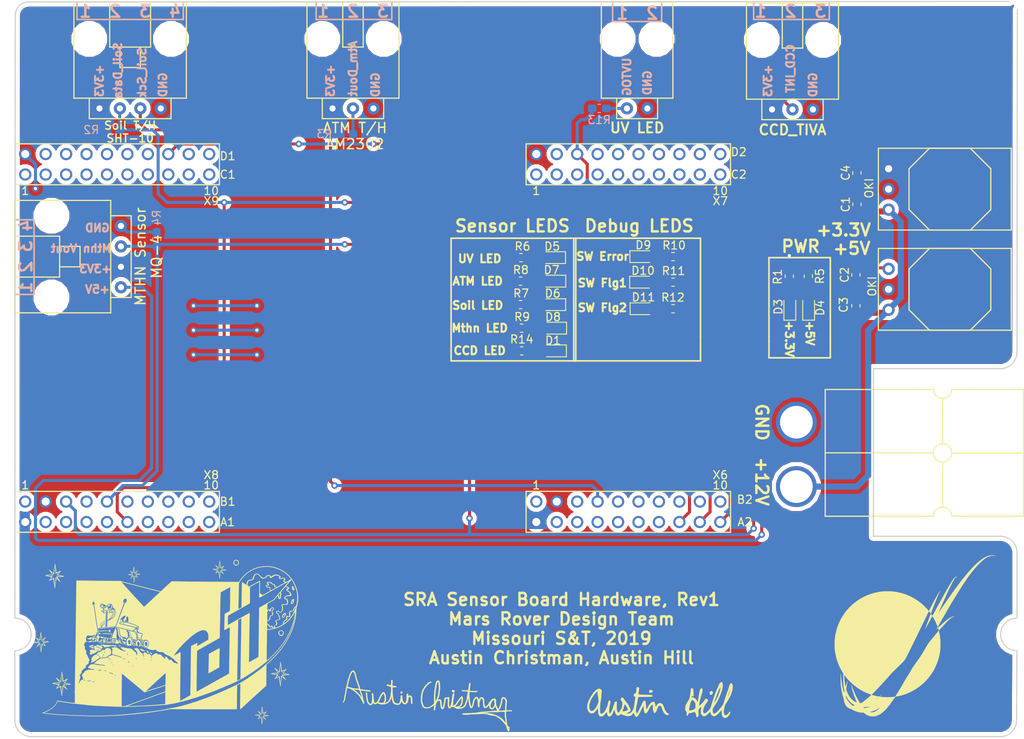
<source format=kicad_pcb>
(kicad_pcb (version 20171130) (host pcbnew "(5.0.0)")
  (layers (0 F.Cu signal) (31 B.Cu signal) (34 B.Paste user) (35 F.Paste user) (36 B.SilkS user) (37 F.SilkS user) (38 B.Mask user) (39 F.Mask user) (44 Edge.Cuts user))
  (net 0 "")
  (net 1 GND)
  (net 2 +5V)
  (net 3 +3V3)
  (net 4 Soil_Data)
  (net 5 Soil_Sck)
  (net 6 Atm_Dout)
  (net 7 Methane_Vout)
  (net 8 "Net-(U1-PadRese)")
  (net 9 "Net-(C1-Pad1)")
  (net 10 "Net-(U1-Pad+5V)")
  (net 11 "Net-(Conn6-Pad1)")
  (net 12 "Net-(D3-Pad2)")
  (net 13 "Net-(D4-Pad2)")
  (net 14 "Net-(D5-Pad2)")
  (net 15 "Net-(D6-Pad2)")
  (net 16 "Net-(D7-Pad2)")
  (net 17 "Net-(D8-Pad2)")
  (net 18 "Net-(D9-Pad2)")
  (net 19 "Net-(D10-Pad2)")
  (net 20 "Net-(D11-Pad2)")
  (net 21 SW_ERROR)
  (net 22 SW_Flag1)
  (net 23 SW_Flag2)
  (net 24 UV_TOGGLE)
  (net 25 CCD_INT)
  (net 26 "Net-(D1-Pad2)")
  (module MRDT_Connectors:Anderson_2_Horisontal_Side_by_Side (layer F.Cu) (at 186.944 93.218 180)
    (fp_text reference Conn1 hide)
    (fp_text value AndersonPP)
    (pad 1 thru_hole circle (at 3.5814 -4.063 180) (size 5.08 5.08) (drill 4.06) (layers *.Cu *.Mask F.Paste) (net 1 GND))
    (pad 2 thru_hole circle (at 3.5814 -12.064 180) (size 5.08 5.08) (drill 4.06) (layers *.Cu *.Mask F.Paste) (net 9 "Net-(C1-Pad1)"))
  )
  (module Resistor_SMD:R_0603_1608Metric_Pad1.05x0.95mm_HandSolder (layer B.Cu) (at 103.886 74.549 90)
    (fp_text reference R4 (at 2.667 0 90) (layer B.SilkS) (effects (justify mirror)))
    (fp_text value 22K)
    (pad 1 smd roundrect (at -0.875 0 90) (size 1.05 0.95) (layers B.Cu B.Paste B.Mask) (net 7 Methane_Vout))
    (pad 2 smd roundrect (at 0.875 0 90) (size 1.05 0.95) (layers B.Cu B.Paste B.Mask) (net 1 GND))
  )
  (module Resistor_SMD:R_0603_1608Metric_Pad1.05x0.95mm_HandSolder (layer B.Cu) (at 98.411 60.96)
    (fp_text reference R2 (at -2.653 0) (layer B.SilkS) (effects (justify mirror)))
    (fp_text value 10K)
    (pad 2 smd roundrect (at 0.875 0) (size 1.05 0.95) (layers B.Cu B.Paste B.Mask) (net 4 Soil_Data))
    (pad 1 smd roundrect (at -0.875 0) (size 1.05 0.95) (layers B.Cu B.Paste B.Mask) (net 3 +3V3))
  )
  (module Resistor_SMD:R_0603_1608Metric_Pad1.05x0.95mm_HandSolder (layer F.Cu) (at 182.484795 79.135 270)
    (fp_text reference R1 (at 0.068813 1.446295 270) (layer F.SilkS))
    (fp_text value 500)
    (pad 1 smd roundrect (at -0.875 0 270) (size 1.05 0.95) (layers F.Cu F.Paste F.Mask) (net 3 +3V3))
    (pad 2 smd roundrect (at 0.875 0 270) (size 1.05 0.95) (layers F.Cu F.Paste F.Mask) (net 12 "Net-(D3-Pad2)"))
  )
  (module MRDT_Connectors:MOLEX_SL_04_Horizontal (layer F.Cu) (at 100.584 58.293)
    (fp_text reference Conn2 hide)
    (fp_text value "Soil Temp/Moist")
    (pad 1 thru_hole circle (at -3.81 0) (size 1.524 1.524) (drill 0.762) (layers *.Cu *.Mask) (net 3 +3V3))
    (pad 2 thru_hole circle (at -1.27 0) (size 1.524 1.524) (drill 0.762) (layers *.Cu *.Mask) (net 4 Soil_Data))
    (pad 3 thru_hole circle (at 1.27 0) (size 1.524 1.524) (drill 0.762) (layers *.Cu *.Mask) (net 5 Soil_Sck))
    (pad 4 thru_hole circle (at 3.81 0) (size 1.524 1.524) (drill 0.762) (layers *.Cu *.Mask) (net 1 GND))
    (pad "" np_thru_hole circle (at -5.08 -8.636) (size 3.45 3.45) (drill 3.45) (layers *.Cu *.Mask))
    (pad "" np_thru_hole circle (at 5.08 -8.636) (size 3.45 3.45) (drill 3.45) (layers *.Cu *.Mask))
  )
  (module MRDT_Connectors:MOLEX_SL_03_Horizontal (layer F.Cu) (at 128.27 58.293)
    (fp_text reference Conn3 hide)
    (fp_text value "Air Temp/Humid")
    (pad 1 thru_hole circle (at -2.54 0) (size 1.524 1.524) (drill 0.762) (layers *.Cu *.Mask) (net 3 +3V3))
    (pad 2 thru_hole circle (at 0 0) (size 1.524 1.524) (drill 0.762) (layers *.Cu *.Mask) (net 6 Atm_Dout))
    (pad 3 thru_hole circle (at 2.54 0) (size 1.524 1.524) (drill 0.762) (layers *.Cu *.Mask) (net 1 GND))
    (pad "" np_thru_hole circle (at -3.81 -8.636) (size 3.45 3.45) (drill 3.45) (layers *.Cu *.Mask))
    (pad "" np_thru_hole circle (at 3.81 -8.636) (size 3.45 3.45) (drill 3.45) (layers *.Cu *.Mask))
  )
  (module MRDT_Connectors:MOLEX_SL_04_Horizontal (layer F.Cu) (at 99.441 76.708 90)
    (fp_text reference Conn4 hide)
    (fp_text value Methane_Sensor)
    (pad "" np_thru_hole circle (at 5.08 -8.636 90) (size 3.45 3.45) (drill 3.45) (layers *.Cu *.Mask))
    (pad "" np_thru_hole circle (at -5.08 -8.636 90) (size 3.45 3.45) (drill 3.45) (layers *.Cu *.Mask))
    (pad 4 thru_hole circle (at 3.81 0 90) (size 1.524 1.524) (drill 0.762) (layers *.Cu *.Mask) (net 1 GND))
    (pad 3 thru_hole circle (at 1.27 0 90) (size 1.524 1.524) (drill 0.762) (layers *.Cu *.Mask) (net 7 Methane_Vout))
    (pad 2 thru_hole circle (at -1.27 0 90) (size 1.524 1.524) (drill 0.762) (layers *.Cu *.Mask) (net 3 +3V3))
    (pad 1 thru_hole circle (at -3.81 0 90) (size 1.524 1.524) (drill 0.762) (layers *.Cu *.Mask) (net 2 +5V))
  )
  (module MRDT_Connectors:MOLEX_SL_02_Horizontal (layer F.Cu) (at 163.576 58.293)
    (fp_text reference Conn6 hide)
    (fp_text value UV_LED)
    (pad "" np_thru_hole circle (at -2.415 -8.64) (size 3.45 3.45) (drill 3.45) (layers *.Cu *.Mask))
    (pad 1 thru_hole circle (at -1.27 0) (size 1.524 1.524) (drill 0.762) (layers *.Cu *.Mask) (net 11 "Net-(Conn6-Pad1)"))
    (pad 2 thru_hole circle (at 1.27 0) (size 1.524 1.524) (drill 0.762) (layers *.Cu *.Mask) (net 1 GND))
    (pad "" np_thru_hole circle (at 2.413 -8.636) (size 3.45 3.45) (drill 3.45) (layers *.Cu *.Mask))
  )
  (module Resistor_SMD:R_0603_1608Metric_Pad1.05x0.95mm_HandSolder (layer B.Cu) (at 127.395 61.468)
    (fp_text reference R3 (at -2.681 0) (layer B.SilkS) (effects (justify mirror)))
    (fp_text value 10K)
    (pad 1 smd roundrect (at -0.875 0) (size 1.05 0.95) (layers B.Cu B.Paste B.Mask) (net 3 +3V3))
    (pad 2 smd roundrect (at 0.875 0) (size 1.05 0.95) (layers B.Cu B.Paste B.Mask) (net 6 Atm_Dout))
  )
  (module MRDT_Shields:TM4C129E_Launchpad_FULL (layer F.Cu) (at 86.279001 110.955001)
    (fp_text reference U1 hide)
    (fp_text value "Tive Header" hide)
    (fp_text user 1 (at 1.27 -42.418 180) (layer F.SilkS))
    (fp_text user 10 (at 24.384 -42.418 180) (layer F.SilkS))
    (fp_text user 1 (at 1.27 -5.842 180) (layer F.SilkS))
    (fp_text user 10 (at 24.384 -5.842 180) (layer F.SilkS))
    (fp_text user 1 (at 64.77 -42.418 180) (layer F.SilkS))
    (fp_text user 10 (at 87.63 -42.418 180) (layer F.SilkS))
    (fp_text user 10 (at 87.63 -5.842 180) (layer F.SilkS))
    (fp_text user 1 (at 64.77 -5.842 180) (layer F.SilkS))
    (fp_text user X9 (at 24.384 -41.148 180) (layer F.SilkS))
    (fp_text user X8 (at 24.384 -7.112 180) (layer F.SilkS))
    (fp_text user X7 (at 87.63 -41.148 180) (layer F.SilkS))
    (fp_text user X6 (at 87.63 -7.112) (layer F.SilkS))
    (fp_text user C1 (at 26.416 -44.45 180) (layer F.SilkS))
    (fp_text user D1 (at 26.416 -46.736 180) (layer F.SilkS))
    (fp_text user C2 (at 89.916 -44.45 180) (layer F.SilkS))
    (fp_text user D2 (at 89.916 -47.244) (layer F.SilkS))
    (fp_text user B1 (at 26.416 -3.81 180) (layer F.SilkS))
    (fp_text user A1 (at 26.416 -1.27 180) (layer F.SilkS))
    (fp_text user B2 (at 90.678 -4.064 180) (layer F.SilkS))
    (fp_text user A2 (at 90.678 -1.27 180) (layer F.SilkS))
    (pad +3V3 thru_hole circle (at 64.77 -1.27 180) (size 1.52 1.52) (drill 1) (layers *.Cu *.Mask F.Paste) (net 3 +3V3))
    (pad PM6 thru_hole circle (at 87.63 -46.99 180) (size 1.52 1.52) (drill 1) (layers *.Cu *.Mask F.Paste))
    (pad PQ1 thru_hole circle (at 85.09 -46.99 180) (size 1.52 1.52) (drill 1) (layers *.Cu *.Mask F.Paste))
    (pad PQ2 thru_hole circle (at 77.47 -46.99 180) (size 1.52 1.52) (drill 1) (layers *.Cu *.Mask F.Paste))
    (pad PK0 thru_hole circle (at 74.93 -3.81 180) (size 1.52 1.52) (drill 1) (layers *.Cu *.Mask F.Paste))
    (pad PQ3 thru_hole circle (at 80.01 -46.99 180) (size 1.52 1.52) (drill 1) (layers *.Cu *.Mask F.Paste))
    (pad PP3 thru_hole circle (at 82.55 -46.99 180) (size 1.52 1.52) (drill 1) (layers *.Cu *.Mask F.Paste))
    (pad PQ0 thru_hole circle (at 80.01 -1.27 180) (size 1.52 1.52) (drill 1) (layers *.Cu *.Mask F.Paste))
    (pad PA4 thru_hole circle (at 85.09 -3.81 180) (size 1.52 1.52) (drill 1) (layers *.Cu *.Mask F.Paste))
    (pad Rese thru_hole circle (at 74.93 -46.99 180) (size 1.52 1.52) (drill 1) (layers *.Cu *.Mask F.Paste) (net 8 "Net-(U1-PadRese)"))
    (pad PA7 thru_hole circle (at 72.39 -46.99 180) (size 1.52 1.52) (drill 1) (layers *.Cu *.Mask F.Paste))
    (pad PN5 thru_hole circle (at 85.09 -1.27 180) (size 1.52 1.52) (drill 1) (layers *.Cu *.Mask F.Paste) (net 22 SW_Flag1))
    (pad PK2 thru_hole circle (at 80.01 -3.81 180) (size 1.52 1.52) (drill 1) (layers *.Cu *.Mask F.Paste))
    (pad PK1 thru_hole circle (at 77.47 -3.81 180) (size 1.52 1.52) (drill 1) (layers *.Cu *.Mask F.Paste))
    (pad +5V thru_hole circle (at 64.77 -3.81 180) (size 1.52 1.52) (drill 1) (layers *.Cu *.Mask F.Paste) (net 10 "Net-(U1-Pad+5V)"))
    (pad GND thru_hole circle (at 67.31 -3.81 180) (size 1.52 1.52) (drill 1) (layers *.Cu *.Mask F.Paste) (net 1 GND))
    (pad PB4 thru_hole circle (at 69.85 -3.81 180) (size 1.52 1.52) (drill 1) (layers *.Cu *.Mask F.Paste))
    (pad PB5 thru_hole circle (at 72.39 -3.81 180) (size 1.52 1.52) (drill 1) (layers *.Cu *.Mask F.Paste) (net 5 Soil_Sck))
    (pad PK3 thru_hole circle (at 82.55 -3.81 180) (size 1.52 1.52) (drill 1) (layers *.Cu *.Mask F.Paste))
    (pad PA5 thru_hole circle (at 87.63 -3.81 180) (size 1.52 1.52) (drill 1) (layers *.Cu *.Mask F.Paste))
    (pad PD2 thru_hole circle (at 67.31 -1.27 180) (size 1.52 1.52) (drill 1) (layers *.Cu *.Mask F.Paste))
    (pad PP0 thru_hole circle (at 69.85 -1.27 180) (size 1.52 1.52) (drill 1) (layers *.Cu *.Mask F.Paste))
    (pad PP1 thru_hole circle (at 72.39 -1.27 180) (size 1.52 1.52) (drill 1) (layers *.Cu *.Mask F.Paste))
    (pad PD4 thru_hole circle (at 74.93 -1.27 180) (size 1.52 1.52) (drill 1) (layers *.Cu *.Mask F.Paste))
    (pad PD5 thru_hole circle (at 77.47 -1.27 180) (size 1.52 1.52) (drill 1) (layers *.Cu *.Mask F.Paste))
    (pad PP4 thru_hole circle (at 82.55 -1.27 180) (size 1.52 1.52) (drill 1) (layers *.Cu *.Mask F.Paste) (net 23 SW_Flag2))
    (pad PN4 thru_hole circle (at 87.63 -1.27 180) (size 1.52 1.52) (drill 1) (layers *.Cu *.Mask F.Paste) (net 21 SW_ERROR))
    (pad PG1 thru_hole circle (at 64.77 -44.45 180) (size 1.52 1.52) (drill 1) (layers *.Cu *.Mask F.Paste))
    (pad PK4 thru_hole circle (at 67.31 -44.45 180) (size 1.52 1.52) (drill 1) (layers *.Cu *.Mask F.Paste))
    (pad PK5 thru_hole circle (at 69.85 -44.45 180) (size 1.52 1.52) (drill 1) (layers *.Cu *.Mask F.Paste))
    (pad PM0 thru_hole circle (at 72.39 -44.45 180) (size 1.52 1.52) (drill 1) (layers *.Cu *.Mask F.Paste))
    (pad PM1 thru_hole circle (at 74.93 -44.45 180) (size 1.52 1.52) (drill 1) (layers *.Cu *.Mask F.Paste))
    (pad PM2 thru_hole circle (at 77.47 -44.45 180) (size 1.52 1.52) (drill 1) (layers *.Cu *.Mask F.Paste))
    (pad PH0 thru_hole circle (at 80.01 -44.45 180) (size 1.52 1.52) (drill 1) (layers *.Cu *.Mask F.Paste))
    (pad PH1 thru_hole circle (at 82.55 -44.45 180) (size 1.52 1.52) (drill 1) (layers *.Cu *.Mask F.Paste))
    (pad PK6 thru_hole circle (at 85.09 -44.45 180) (size 1.52 1.52) (drill 1) (layers *.Cu *.Mask F.Paste))
    (pad PK7 thru_hole circle (at 87.63 -44.45 180) (size 1.52 1.52) (drill 1) (layers *.Cu *.Mask F.Paste))
    (pad GND thru_hole circle (at 64.77 -46.99 180) (size 1.52 1.52) (drill 1) (layers *.Cu *.Mask F.Paste) (net 1 GND))
    (pad PM7 thru_hole circle (at 67.31 -46.99 180) (size 1.52 1.52) (drill 1) (layers *.Cu *.Mask F.Paste))
    (pad PP5 thru_hole circle (at 69.85 -46.99 180) (size 1.52 1.52) (drill 1) (layers *.Cu *.Mask F.Paste) (net 24 UV_TOGGLE))
    (pad +5V thru_hole circle (at 1.27 -3.81 180) (size 1.52 1.52) (drill 1) (layers *.Cu *.Mask F.Paste) (net 10 "Net-(U1-Pad+5V)"))
    (pad GND thru_hole circle (at 3.81 -3.81 180) (size 1.52 1.52) (drill 1) (layers *.Cu *.Mask F.Paste) (net 1 GND))
    (pad PE0 thru_hole circle (at 6.35 -3.81 180) (size 1.52 1.52) (drill 1) (layers *.Cu *.Mask F.Paste) (net 25 CCD_INT))
    (pad PE1 thru_hole circle (at 8.89 -3.81 180) (size 1.52 1.52) (drill 1) (layers *.Cu *.Mask F.Paste))
    (pad PE2 thru_hole circle (at 11.43 -3.81 180) (size 1.52 1.52) (drill 1) (layers *.Cu *.Mask F.Paste) (net 7 Methane_Vout))
    (pad PE3 thru_hole circle (at 13.97 -3.81 180) (size 1.52 1.52) (drill 1) (layers *.Cu *.Mask F.Paste))
    (pad PD7 thru_hole circle (at 16.51 -3.81 180) (size 1.52 1.52) (drill 1) (layers *.Cu *.Mask F.Paste))
    (pad PA6 thru_hole circle (at 19.05 -3.81 180) (size 1.52 1.52) (drill 1) (layers *.Cu *.Mask F.Paste))
    (pad PM4 thru_hole circle (at 21.59 -3.81 180) (size 1.52 1.52) (drill 1) (layers *.Cu *.Mask F.Paste))
    (pad PM5 thru_hole circle (at 24.13 -3.81 180) (size 1.52 1.52) (drill 1) (layers *.Cu *.Mask F.Paste))
    (pad +3V3 thru_hole circle (at 1.27 -1.27 180) (size 1.52 1.52) (drill 1) (layers *.Cu *.Mask F.Paste) (net 3 +3V3))
    (pad PE4 thru_hole circle (at 3.81 -1.27 180) (size 1.52 1.52) (drill 1) (layers *.Cu *.Mask F.Paste))
    (pad PC4 thru_hole circle (at 6.35 -1.27 180) (size 1.52 1.52) (drill 1) (layers *.Cu *.Mask F.Paste))
    (pad PC5 thru_hole circle (at 8.89 -1.27 180) (size 1.52 1.52) (drill 1) (layers *.Cu *.Mask F.Paste))
    (pad PC6 thru_hole circle (at 11.43 -1.27 180) (size 1.52 1.52) (drill 1) (layers *.Cu *.Mask F.Paste))
    (pad PE5 thru_hole circle (at 13.97 -1.27 180) (size 1.52 1.52) (drill 1) (layers *.Cu *.Mask F.Paste) (net 4 Soil_Data))
    (pad PD3 thru_hole circle (at 16.51 -1.27 180) (size 1.52 1.52) (drill 1) (layers *.Cu *.Mask F.Paste))
    (pad PC7 thru_hole circle (at 19.05 -1.27 180) (size 1.52 1.52) (drill 1) (layers *.Cu *.Mask F.Paste))
    (pad PB2 thru_hole circle (at 21.59 -1.27 180) (size 1.52 1.52) (drill 1) (layers *.Cu *.Mask F.Paste))
    (pad PB3 thru_hole circle (at 24.13 -1.27 180) (size 1.52 1.52) (drill 1) (layers *.Cu *.Mask F.Paste))
    (pad PF1 thru_hole circle (at 1.27 -44.45 180) (size 1.52 1.52) (drill 1) (layers *.Cu *.Mask F.Paste))
    (pad PF2 thru_hole circle (at 3.81 -44.45 180) (size 1.52 1.52) (drill 1) (layers *.Cu *.Mask F.Paste))
    (pad PF3 thru_hole circle (at 6.35 -44.45 180) (size 1.52 1.52) (drill 1) (layers *.Cu *.Mask F.Paste))
    (pad PG0 thru_hole circle (at 8.89 -44.45 180) (size 1.52 1.52) (drill 1) (layers *.Cu *.Mask F.Paste))
    (pad PL4 thru_hole circle (at 11.43 -44.45 180) (size 1.52 1.52) (drill 1) (layers *.Cu *.Mask F.Paste))
    (pad PL5 thru_hole circle (at 13.97 -44.45 180) (size 1.52 1.52) (drill 1) (layers *.Cu *.Mask F.Paste))
    (pad PL0 thru_hole circle (at 16.51 -44.45 180) (size 1.52 1.52) (drill 1) (layers *.Cu *.Mask F.Paste))
    (pad PL1 thru_hole circle (at 19.05 -44.45 180) (size 1.52 1.52) (drill 1) (layers *.Cu *.Mask F.Paste))
    (pad PL2 thru_hole circle (at 21.59 -44.45 180) (size 1.52 1.52) (drill 1) (layers *.Cu *.Mask F.Paste))
    (pad PL3 thru_hole circle (at 24.13 -44.45 180) (size 1.52 1.52) (drill 1) (layers *.Cu *.Mask F.Paste))
    (pad GND thru_hole circle (at 1.27 -46.99 180) (size 1.52 1.52) (drill 1) (layers *.Cu *.Mask F.Paste) (net 1 GND))
    (pad PM3 thru_hole circle (at 3.81 -46.99 180) (size 1.52 1.52) (drill 1) (layers *.Cu *.Mask F.Paste))
    (pad PH2 thru_hole circle (at 6.35 -46.99 180) (size 1.52 1.52) (drill 1) (layers *.Cu *.Mask F.Paste))
    (pad PH3 thru_hole circle (at 8.89 -46.99 180) (size 1.52 1.52) (drill 1) (layers *.Cu *.Mask F.Paste))
    (pad Rese thru_hole circle (at 11.43 -46.99 180) (size 1.52 1.52) (drill 1) (layers *.Cu *.Mask F.Paste) (net 8 "Net-(U1-PadRese)"))
    (pad PD1 thru_hole circle (at 13.97 -46.99 180) (size 1.52 1.52) (drill 1) (layers *.Cu *.Mask F.Paste))
    (pad PD0 thru_hole circle (at 16.51 -46.99 180) (size 1.52 1.52) (drill 1) (layers *.Cu *.Mask F.Paste))
    (pad PN2 thru_hole circle (at 19.05 -46.99 180) (size 1.52 1.52) (drill 1) (layers *.Cu *.Mask F.Paste) (net 6 Atm_Dout))
    (pad PN3 thru_hole circle (at 21.59 -46.99 180) (size 1.52 1.52) (drill 1) (layers *.Cu *.Mask F.Paste))
    (pad PP2 thru_hole circle (at 24.13 -46.99 180) (size 1.52 1.52) (drill 1) (layers *.Cu *.Mask F.Paste))
  )
  (module Capacitor_SMD:C_0603_1608Metric_Pad1.05x0.95mm_HandSolder (layer F.Cu) (at 190.754 78.98 270)
    (fp_text reference C2 (at 0 1.397 270) (layer F.SilkS))
    (fp_text value 10u)
    (pad 1 smd roundrect (at -0.875 0 270) (size 1.05 0.95) (layers F.Cu F.Paste F.Mask) (net 2 +5V))
    (pad 2 smd roundrect (at 0.875 0 270) (size 1.05 0.95) (layers F.Cu F.Paste F.Mask) (net 1 GND))
  )
  (module Capacitor_SMD:C_0603_1608Metric_Pad1.05x0.95mm_HandSolder (layer F.Cu) (at 190.881 70.217 90)
    (fp_text reference C1 (at 0 -1.397 90) (layer F.SilkS))
    (fp_text value 10u)
    (pad 1 smd roundrect (at -0.875 0 90) (size 1.05 0.95) (layers F.Cu F.Paste F.Mask) (net 9 "Net-(C1-Pad1)"))
    (pad 2 smd roundrect (at 0.875 0 90) (size 1.05 0.95) (layers F.Cu F.Paste F.Mask) (net 1 GND))
  )
  (module Capacitor_SMD:C_0603_1608Metric_Pad1.05x0.95mm_HandSolder (layer F.Cu) (at 190.754 82.818 90)
    (fp_text reference C3 (at 0.113 -1.524 90) (layer F.SilkS))
    (fp_text value 10u)
    (pad 1 smd roundrect (at -0.875 0 90) (size 1.05 0.95) (layers F.Cu F.Paste F.Mask) (net 9 "Net-(C1-Pad1)"))
    (pad 2 smd roundrect (at 0.875 0 90) (size 1.05 0.95) (layers F.Cu F.Paste F.Mask) (net 1 GND))
  )
  (module Capacitor_SMD:C_0603_1608Metric_Pad1.05x0.95mm_HandSolder (layer F.Cu) (at 190.881 66.308 270)
    (fp_text reference C4 (at -0.014 1.397 270) (layer F.SilkS))
    (fp_text value 10u)
    (pad 1 smd roundrect (at -0.875 0 270) (size 1.05 0.95) (layers F.Cu F.Paste F.Mask) (net 3 +3V3))
    (pad 2 smd roundrect (at 0.875 0 270) (size 1.05 0.95) (layers F.Cu F.Paste F.Mask) (net 1 GND))
  )
  (module Diode_SMD:D_0603_1608Metric_Pad1.05x0.95mm_HandSolder (layer F.Cu) (at 182.548295 82.945 90)
    (fp_text reference D3 (at 0 -1.43 90) (layer F.SilkS))
    (fp_text value LED)
    (pad 1 smd roundrect (at -0.875 0 90) (size 1.05 0.95) (layers F.Cu F.Paste F.Mask) (net 1 GND))
    (pad 2 smd roundrect (at 0.875 0 90) (size 1.05 0.95) (layers F.Cu F.Paste F.Mask) (net 12 "Net-(D3-Pad2)"))
  )
  (module Diode_SMD:D_0603_1608Metric_Pad1.05x0.95mm_HandSolder (layer F.Cu) (at 184.8866 82.945 90)
    (fp_text reference D4 (at -0.141 1.4224 90) (layer F.SilkS))
    (fp_text value LED)
    (pad 1 smd roundrect (at -0.875 0 90) (size 1.05 0.95) (layers F.Cu F.Paste F.Mask) (net 1 GND))
    (pad 2 smd roundrect (at 0.875 0 90) (size 1.05 0.95) (layers F.Cu F.Paste F.Mask) (net 13 "Net-(D4-Pad2)"))
  )
  (module Diode_SMD:D_0603_1608Metric_Pad1.05x0.95mm_HandSolder (layer F.Cu) (at 153.021 76.835 180)
    (fp_text reference D5 (at 0 1.399104 180) (layer F.SilkS))
    (fp_text value LED)
    (pad 2 smd roundrect (at 0.875 0 180) (size 1.05 0.95) (layers F.Cu F.Paste F.Mask) (net 14 "Net-(D5-Pad2)"))
    (pad 1 smd roundrect (at -0.875 0 180) (size 1.05 0.95) (layers F.Cu F.Paste F.Mask) (net 1 GND))
  )
  (module Diode_SMD:D_0603_1608Metric_Pad1.05x0.95mm_HandSolder (layer F.Cu) (at 153.035 82.677 180)
    (fp_text reference D6 (at -0.0495 1.397 180) (layer F.SilkS))
    (fp_text value LED)
    (pad 1 smd roundrect (at -0.875 0 180) (size 1.05 0.95) (layers F.Cu F.Paste F.Mask) (net 1 GND))
    (pad 2 smd roundrect (at 0.875 0 180) (size 1.05 0.95) (layers F.Cu F.Paste F.Mask) (net 15 "Net-(D6-Pad2)"))
  )
  (module Diode_SMD:D_0603_1608Metric_Pad1.05x0.95mm_HandSolder (layer F.Cu) (at 153.049 79.756 180)
    (fp_text reference D7 (at 0.1016 1.397 180) (layer F.SilkS))
    (fp_text value LED)
    (pad 1 smd roundrect (at -0.875 0 180) (size 1.05 0.95) (layers F.Cu F.Paste F.Mask) (net 1 GND))
    (pad 2 smd roundrect (at 0.875 0 180) (size 1.05 0.95) (layers F.Cu F.Paste F.Mask) (net 16 "Net-(D7-Pad2)"))
  )
  (module Diode_SMD:D_0603_1608Metric_Pad1.05x0.95mm_HandSolder (layer F.Cu) (at 153.148 85.598 180)
    (fp_text reference D8 (at 0.0254 1.397 180) (layer F.SilkS))
    (fp_text value LED)
    (pad 2 smd roundrect (at 0.875 0 180) (size 1.05 0.95) (layers F.Cu F.Paste F.Mask) (net 17 "Net-(D8-Pad2)"))
    (pad 1 smd roundrect (at -0.875 0 180) (size 1.05 0.95) (layers F.Cu F.Paste F.Mask) (net 1 GND))
  )
  (module Diode_SMD:D_0603_1608Metric_Pad1.05x0.95mm_HandSolder (layer F.Cu) (at 164.338 76.708)
    (fp_text reference D9 (at 0 -1.43) (layer F.SilkS))
    (fp_text value LED)
    (pad 1 smd roundrect (at -0.875 0) (size 1.05 0.95) (layers F.Cu F.Paste F.Mask) (net 1 GND))
    (pad 2 smd roundrect (at 0.875 0) (size 1.05 0.95) (layers F.Cu F.Paste F.Mask) (net 18 "Net-(D9-Pad2)"))
  )
  (module Diode_SMD:D_0603_1608Metric_Pad1.05x0.95mm_HandSolder (layer F.Cu) (at 164.3126 79.883)
    (fp_text reference D10 (at 0 -1.43) (layer F.SilkS))
    (fp_text value LED)
    (pad 2 smd roundrect (at 0.875 0) (size 1.05 0.95) (layers F.Cu F.Paste F.Mask) (net 19 "Net-(D10-Pad2)"))
    (pad 1 smd roundrect (at -0.875 0) (size 1.05 0.95) (layers F.Cu F.Paste F.Mask) (net 1 GND))
  )
  (module Diode_SMD:D_0603_1608Metric_Pad1.05x0.95mm_HandSolder (layer F.Cu) (at 164.3634 83.185)
    (fp_text reference D11 (at 0 -1.43) (layer F.SilkS))
    (fp_text value LED)
    (pad 1 smd roundrect (at -0.875 0) (size 1.05 0.95) (layers F.Cu F.Paste F.Mask) (net 1 GND))
    (pad 2 smd roundrect (at 0.875 0) (size 1.05 0.95) (layers F.Cu F.Paste F.Mask) (net 20 "Net-(D11-Pad2)"))
  )
  (module Resistor_SMD:R_0603_1608Metric_Pad1.05x0.95mm_HandSolder (layer F.Cu) (at 184.8485 79.135 270)
    (fp_text reference R5 (at 0 -1.43 270) (layer F.SilkS))
    (fp_text value 500)
    (pad 1 smd roundrect (at -0.875 0 270) (size 1.05 0.95) (layers F.Cu F.Paste F.Mask) (net 2 +5V))
    (pad 2 smd roundrect (at 0.875 0 270) (size 1.05 0.95) (layers F.Cu F.Paste F.Mask) (net 13 "Net-(D4-Pad2)"))
  )
  (module Resistor_SMD:R_0603_1608Metric_Pad1.05x0.95mm_HandSolder (layer F.Cu) (at 149.144414 76.837104)
    (fp_text reference R6 (at 0.1905 -1.399104) (layer F.SilkS))
    (fp_text value 500)
    (pad 2 smd roundrect (at 0.875 0) (size 1.05 0.95) (layers F.Cu F.Paste F.Mask) (net 14 "Net-(D5-Pad2)"))
    (pad 1 smd roundrect (at -0.875 0) (size 1.05 0.95) (layers F.Cu F.Paste F.Mask) (net 24 UV_TOGGLE))
  )
  (module Resistor_SMD:R_0603_1608Metric_Pad1.05x0.95mm_HandSolder (layer F.Cu) (at 149.098 82.677)
    (fp_text reference R7 (at 0.0635 -1.397) (layer F.SilkS))
    (fp_text value 500)
    (pad 1 smd roundrect (at -0.875 0) (size 1.05 0.95) (layers F.Cu F.Paste F.Mask) (net 4 Soil_Data))
    (pad 2 smd roundrect (at 0.875 0) (size 1.05 0.95) (layers F.Cu F.Paste F.Mask) (net 15 "Net-(D6-Pad2)"))
  )
  (module Resistor_SMD:R_0603_1608Metric_Pad1.05x0.95mm_HandSolder (layer F.Cu) (at 149.098 79.756)
    (fp_text reference R8 (at 0.0254 -1.397) (layer F.SilkS))
    (fp_text value 500)
    (pad 2 smd roundrect (at 0.875 0) (size 1.05 0.95) (layers F.Cu F.Paste F.Mask) (net 16 "Net-(D7-Pad2)"))
    (pad 1 smd roundrect (at -0.875 0) (size 1.05 0.95) (layers F.Cu F.Paste F.Mask) (net 6 Atm_Dout))
  )
  (module Resistor_SMD:R_0603_1608Metric_Pad1.05x0.95mm_HandSolder (layer F.Cu) (at 149.225 85.598)
    (fp_text reference R9 (at 0.0622 -1.397) (layer F.SilkS))
    (fp_text value 500)
    (pad 1 smd roundrect (at -0.875 0) (size 1.05 0.95) (layers F.Cu F.Paste F.Mask) (net 7 Methane_Vout))
    (pad 2 smd roundrect (at 0.875 0) (size 1.05 0.95) (layers F.Cu F.Paste F.Mask) (net 17 "Net-(D8-Pad2)"))
  )
  (module Resistor_SMD:R_0603_1608Metric_Pad1.05x0.95mm_HandSolder (layer F.Cu) (at 168.035 76.708 180)
    (fp_text reference R10 (at -0.127 1.397 180) (layer F.SilkS))
    (fp_text value 500)
    (pad 2 smd roundrect (at 0.875 0 180) (size 1.05 0.95) (layers F.Cu F.Paste F.Mask) (net 18 "Net-(D9-Pad2)"))
    (pad 1 smd roundrect (at -0.875 0 180) (size 1.05 0.95) (layers F.Cu F.Paste F.Mask) (net 21 SW_ERROR))
  )
  (module Resistor_SMD:R_0603_1608Metric_Pad1.05x0.95mm_HandSolder (layer F.Cu) (at 168.035 79.883 180)
    (fp_text reference R11 (at -0.0648 1.397 180) (layer F.SilkS))
    (fp_text value 500)
    (pad 1 smd roundrect (at -0.875 0 180) (size 1.05 0.95) (layers F.Cu F.Paste F.Mask) (net 22 SW_Flag1))
    (pad 2 smd roundrect (at 0.875 0 180) (size 1.05 0.95) (layers F.Cu F.Paste F.Mask) (net 19 "Net-(D10-Pad2)"))
  )
  (module Resistor_SMD:R_0603_1608Metric_Pad1.05x0.95mm_HandSolder (layer F.Cu) (at 168.035 83.185 180)
    (fp_text reference R12 (at 0.014 1.397 180) (layer F.SilkS))
    (fp_text value 500)
    (pad 2 smd roundrect (at 0.875 0 180) (size 1.05 0.95) (layers F.Cu F.Paste F.Mask) (net 20 "Net-(D11-Pad2)"))
    (pad 1 smd roundrect (at -0.875 0 180) (size 1.05 0.95) (layers F.Cu F.Paste F.Mask) (net 23 SW_Flag2))
  )
  (module Resistor_SMD:R_0603_1608Metric_Pad1.05x0.95mm_HandSolder (layer B.Cu) (at 158.863 58.293)
    (fp_text reference R13 (at 0 1.43) (layer B.SilkS) (effects (justify mirror)))
    (fp_text value 500)
    (pad 1 smd roundrect (at -0.875 0) (size 1.05 0.95) (layers B.Cu B.Paste B.Mask) (net 24 UV_TOGGLE))
    (pad 2 smd roundrect (at 0.875 0) (size 1.05 0.95) (layers B.Cu B.Paste B.Mask) (net 11 "Net-(Conn6-Pad1)"))
  )
  (module MRDT_Silkscreens:MRDT_Logo_20mm (layer F.Cu) (at 198.12 123.825)
    (fp_text reference G*** hide)
    (fp_text value LOGO hide)
  )
  (module MRDT_Silkscreens:MRDT_Retro_Logo_34mmX21.5mm (layer F.Cu) (at 105.0036 124.7648)
    (fp_text reference G*** hide)
    (fp_text value LOGO hide)
  )
  (module SRA_Hardware:Austin_Hill_Sig_22mmx9.3mm (layer F.Cu) (at 165.862 132.969)
    (fp_text reference G*** hide)
    (fp_text value LOGO hide)
  )
  (module MRDT_Devices:OKI_Horizontal (layer F.Cu) (at 193.548 73.406 90)
    (fp_text reference U3 hide)
    (fp_text value OKI (at 5.207 -1.143 90) (layer F.SilkS))
    (pad 1 thru_hole circle (at 2.54 1.27 90) (size 1.524 1.524) (drill 0.889) (layers *.Cu *.Mask) (net 9 "Net-(C1-Pad1)"))
    (pad 2 thru_hole circle (at 5.08 1.27 90) (size 1.524 1.524) (drill 0.889) (layers *.Cu *.Mask) (net 1 GND))
    (pad 3 thru_hole circle (at 7.62 1.27 90) (size 1.524 1.524) (drill 0.889) (layers *.Cu *.Mask) (net 3 +3V3))
  )
  (module MRDT_Devices:OKI_Horizontal (layer F.Cu) (at 193.548 85.852 90)
    (fp_text reference U2 hide)
    (fp_text value OKI (at 5.461 -0.762 90) (layer F.SilkS))
    (pad 1 thru_hole circle (at 2.54 1.27 90) (size 1.524 1.524) (drill 0.889) (layers *.Cu *.Mask) (net 9 "Net-(C1-Pad1)"))
    (pad 2 thru_hole circle (at 5.08 1.27 90) (size 1.524 1.524) (drill 0.889) (layers *.Cu *.Mask) (net 1 GND))
    (pad 3 thru_hole circle (at 7.62 1.27 90) (size 1.524 1.524) (drill 0.889) (layers *.Cu *.Mask) (net 2 +5V))
  )
  (module SRA_Hardware:Austin_Christman_Sig_22mmx8.3mm (layer F.Cu) (at 137.033 131.953)
    (fp_text reference G*** hide)
    (fp_text value LOGO hide)
  )
  (module MRDT_Connectors:MOLEX_SL_03_Horizontal (layer F.Cu) (at 182.88 58.42)
    (fp_text reference Conn5 hide)
    (fp_text value Molex_SL_03)
    (pad 1 thru_hole circle (at -2.54 0) (size 1.524 1.524) (drill 0.762) (layers *.Cu *.Mask) (net 3 +3V3))
    (pad 2 thru_hole circle (at 0 0) (size 1.524 1.524) (drill 0.762) (layers *.Cu *.Mask) (net 25 CCD_INT))
    (pad 3 thru_hole circle (at 2.54 0) (size 1.524 1.524) (drill 0.762) (layers *.Cu *.Mask) (net 1 GND))
    (pad "" np_thru_hole circle (at -3.81 -8.636) (size 3.45 3.45) (drill 3.45) (layers *.Cu *.Mask))
    (pad "" np_thru_hole circle (at 3.81 -8.636) (size 3.45 3.45) (drill 3.45) (layers *.Cu *.Mask))
  )
  (module Diode_SMD:D_0603_1608Metric_Pad1.05x0.95mm_HandSolder (layer F.Cu) (at 153.1226 88.4174 180)
    (fp_text reference D1 (at 0 1.2954 180) (layer F.SilkS))
    (fp_text value LED)
    (pad 1 smd roundrect (at -0.875 0 180) (size 1.05 0.95) (layers F.Cu F.Paste F.Mask) (net 1 GND))
    (pad 2 smd roundrect (at 0.875 0 180) (size 1.05 0.95) (layers F.Cu F.Paste F.Mask) (net 26 "Net-(D1-Pad2)"))
  )
  (module Resistor_SMD:R_0603_1608Metric_Pad1.05x0.95mm_HandSolder (layer F.Cu) (at 149.2364 88.4174)
    (fp_text reference R14 (at 0 -1.43) (layer F.SilkS))
    (fp_text value 500)
    (pad 1 smd roundrect (at -0.875 0) (size 1.05 0.95) (layers F.Cu F.Paste F.Mask) (net 25 CCD_INT))
    (pad 2 smd roundrect (at 0.875 0) (size 1.05 0.95) (layers F.Cu F.Paste F.Mask) (net 26 "Net-(D1-Pad2)"))
  )
  (gr_line (start 155.956 86.614) (end 155.956 89.662) (layer F.SilkS) (width 0.2))
  (gr_line (start 171.45 89.662) (end 171.45 86.614) (layer F.SilkS) (width 0.2))
  (gr_line (start 155.956 89.662) (end 171.45 89.662) (layer F.SilkS) (width 0.2))
  (gr_line (start 155.702 89.662) (end 155.956 89.662) (layer F.SilkS) (width 0.2))
  (gr_line (start 155.702 86.614) (end 155.702 89.662) (layer F.SilkS) (width 0.2))
  (gr_line (start 140.462 86.614) (end 140.462 89.662) (layer F.SilkS) (width 0.2))
  (gr_text "CCD LED" (at 144.018 88.392) (layer F.SilkS) (effects (font (size 0.992 0.992) (thickness 0.248))))
  (gr_text +3V3 (at 179.832 54.864 90) (layer B.SilkS) (effects (font (size 0.992 0.992) (thickness 0.248)) (justify mirror)))
  (gr_text CCD_INT (at 182.626 53.34 90) (layer B.SilkS) (effects (font (size 0.992 0.992) (thickness 0.248)) (justify mirror)))
  (gr_text GND (at 185.42 55.372 90) (layer B.SilkS) (effects (font (size 0.992 0.992) (thickness 0.248)) (justify mirror)))
  (gr_text "3  2  1\n" (at 182.626 46.228) (layer B.SilkS) (effects (font (size 1.5 1.5) (thickness 0.3)) (justify mirror)))
  (gr_line (start 178.054 45.212) (end 178.054 47.244) (layer B.SilkS) (width 0.2))
  (gr_line (start 187.452 47.244) (end 187.452 45.212) (layer B.SilkS) (width 0.2))
  (gr_line (start 178.054 47.244) (end 187.452 47.244) (layer B.SilkS) (width 0.2))
  (gr_text CCD_TIVA (at 182.88 60.96) (layer F.SilkS) (effects (font (size 1.246 1.246) (thickness 0.248))))
  (gr_text "GND\n" (at 179.07 97.282 270) (layer F.SilkS) (effects (font (size 1.5 1.5) (thickness 0.3))))
  (gr_text +12V (at 179.07 104.648 270) (layer F.SilkS) (effects (font (size 1.5 1.5) (thickness 0.3))))
  (gr_text +5V (at 190.246 75.692) (layer F.SilkS) (effects (font (size 1.5 1.5) (thickness 0.3))))
  (gr_text +3.3V (at 189.23 73.406) (layer F.SilkS) (effects (font (size 1.5 1.5) (thickness 0.3))))
  (gr_line (start 155.702 74.422) (end 155.702 86.614) (layer F.SilkS) (width 0.2))
  (gr_text "Sensor LEDS\n" (at 148.082 72.898) (layer F.SilkS) (effects (font (size 1.5 1.5) (thickness 0.3))))
  (gr_line (start 88.646 81.407) (end 88.646 72.136) (layer B.SilkS) (width 0.2))
  (gr_line (start 86.36 81.407) (end 88.646 81.407) (layer B.SilkS) (width 0.2))
  (gr_line (start 166.624 47.498) (end 166.624 45.212) (layer B.SilkS) (width 0.2))
  (gr_line (start 160.528 47.498) (end 166.624 47.498) (layer B.SilkS) (width 0.2))
  (gr_line (start 160.528 45.212) (end 160.528 47.498) (layer B.SilkS) (width 0.2))
  (gr_line (start 133.096 47.244) (end 133.096 45.212) (layer B.SilkS) (width 0.2))
  (gr_line (start 123.698 47.244) (end 133.096 47.244) (layer B.SilkS) (width 0.2))
  (gr_line (start 123.698 45.212) (end 123.698 47.244) (layer B.SilkS) (width 0.2))
  (gr_line (start 107.188 47.244) (end 107.188 45.212) (layer B.SilkS) (width 0.2))
  (gr_line (start 93.98 47.244) (end 107.188 47.244) (layer B.SilkS) (width 0.2))
  (gr_line (start 93.98 45.212) (end 93.98 47.244) (layer B.SilkS) (width 0.2))
  (gr_line (start 86.36 72.136) (end 88.646 72.136) (layer B.SilkS) (width 0.2))
  (gr_text GND (at 131.064 55.372 90) (layer B.SilkS) (effects (font (size 0.992 0.992) (thickness 0.248)) (justify mirror)))
  (gr_text Atm_Dout (at 128.27 53.34 90) (layer B.SilkS) (effects (font (size 0.992 0.992) (thickness 0.248)) (justify mirror)))
  (gr_text +3V3 (at 125.476 54.864 90) (layer B.SilkS) (effects (font (size 0.992 0.992) (thickness 0.248)) (justify mirror)))
  (gr_text "4  3  2  1\n" (at 100.584 46.228) (layer B.SilkS) (effects (font (size 1.5 1.5) (thickness 0.3)) (justify mirror)))
  (gr_text "3  2  1\n" (at 128.27 46.228) (layer B.SilkS) (effects (font (size 1.5 1.5) (thickness 0.3)) (justify mirror)))
  (gr_text "2  1\n" (at 163.576 46.482) (layer B.SilkS) (effects (font (size 1.5 1.5) (thickness 0.3)) (justify mirror)))
  (gr_line (start 87.9856 45.0596) (end 209.804 45.0088) (layer Edge.Cuts) (width 0.15))
  (gr_text GND (at 96.52 73.152) (layer B.SilkS) (effects (font (size 0.992 0.992) (thickness 0.248)) (justify mirror)))
  (gr_text "Mthn Vout\n" (at 94.488 75.692) (layer B.SilkS) (effects (font (size 0.992 0.992) (thickness 0.248)) (justify mirror)))
  (gr_text +3V3 (at 96.266 78.232) (layer B.SilkS) (effects (font (size 0.992 0.992) (thickness 0.248)) (justify mirror)))
  (gr_text "+5V\n" (at 96.52 80.772) (layer B.SilkS) (effects (font (size 0.992 0.992) (thickness 0.248)) (justify mirror)))
  (gr_text "4 3 2 1" (at 87.63 76.708 90) (layer B.SilkS) (effects (font (size 1.5 1.5) (thickness 0.3)) (justify mirror)))
  (gr_text "UVTOG\n" (at 162.306 54.356 90) (layer B.SilkS) (effects (font (size 0.992 0.992) (thickness 0.248)) (justify mirror)))
  (gr_text "GND\n" (at 164.846 55.118 90) (layer B.SilkS) (effects (font (size 0.992 0.992) (thickness 0.248)) (justify mirror)))
  (gr_text "GND\n" (at 104.648 55.372 90) (layer B.SilkS) (effects (font (size 0.992 0.992) (thickness 0.248)) (justify mirror)))
  (gr_text "Soil_Sck\n\n" (at 102.87 53.848 90) (layer B.SilkS) (effects (font (size 0.992 0.992) (thickness 0.248)) (justify mirror)))
  (gr_text Soil_Data (at 99.06 53.594 90) (layer B.SilkS) (effects (font (size 0.992 0.992) (thickness 0.248)) (justify mirror)))
  (gr_text "+3V3\n" (at 96.774 54.864 90) (layer B.SilkS) (effects (font (size 0.992 0.992) (thickness 0.248)) (justify mirror)))
  (gr_text "SRA Sensor Board Hardware, Rev1\nMars Rover Design Team\nMissouri S&T, 2019\nAustin Christman, Austin Hill" (at 154.178 122.936) (layer F.SilkS) (effects (font (size 1.5 1.5) (thickness 0.3))))
  (gr_text "MTHN Sensor\nMQ-4" (at 102.87 76.708 90) (layer F.SilkS) (effects (font (size 1.246 1.246) (thickness 0.1845))))
  (gr_text "Mthn LED" (at 144.018 85.598) (layer F.SilkS) (effects (font (size 0.992 0.992) (thickness 0.248))))
  (gr_text "Soil LED\n\n" (at 143.764 83.566) (layer F.SilkS) (effects (font (size 0.992 0.992) (thickness 0.248))))
  (gr_text "ATM LED" (at 143.764 79.756) (layer F.SilkS) (effects (font (size 0.992 0.992) (thickness 0.248))))
  (gr_text "UV LED\n" (at 144.018 76.962) (layer F.SilkS) (effects (font (size 0.992 0.992) (thickness 0.248))))
  (gr_line (start 140.462 89.662) (end 155.956 89.662) (layer F.SilkS) (width 0.2))
  (gr_line (start 140.462 74.422) (end 140.462 86.614) (layer F.SilkS) (width 0.2))
  (gr_line (start 155.956 74.422) (end 140.462 74.422) (layer F.SilkS) (width 0.2))
  (gr_text "SW Flg2\n" (at 159.258 83.058) (layer F.SilkS) (effects (font (size 0.992 0.992) (thickness 0.248))))
  (gr_text "SW Flg1" (at 159.258 79.9846) (layer F.SilkS) (effects (font (size 0.992 0.992) (thickness 0.248))))
  (gr_text "SW Error" (at 159.2834 76.6826) (layer F.SilkS) (effects (font (size 0.992 0.992) (thickness 0.248))))
  (gr_line (start 155.956 74.422) (end 162.052 74.422) (layer F.SilkS) (width 0.2))
  (gr_line (start 155.956 86.614) (end 155.956 74.422) (layer F.SilkS) (width 0.2))
  (gr_text "Debug LEDS\n" (at 163.83 72.898) (layer F.SilkS) (effects (font (size 1.5 1.5) (thickness 0.3))))
  (gr_line (start 161.798 74.422) (end 171.45 74.422) (layer F.SilkS) (width 0.2))
  (gr_line (start 171.45 74.422) (end 171.45 86.614) (layer F.SilkS) (width 0.2))
  (gr_text "UV LED" (at 163.576 60.706) (layer F.SilkS) (effects (font (size 1.246 1.246) (thickness 0.248))))
  (gr_text PWR (at 183.896 75.438) (layer F.SilkS) (effects (font (size 1.5 1.5) (thickness 0.3))))
  (gr_text +5V (at 185.039 86.233 270) (layer F.SilkS) (effects (font (size 0.992 0.992) (thickness 0.248))))
  (gr_line (start 179.959 89.281) (end 179.959 87.249) (layer F.SilkS) (width 0.2))
  (gr_line (start 187.579 89.281) (end 179.959 89.281) (layer F.SilkS) (width 0.2))
  (gr_line (start 187.579 87.249) (end 187.579 89.281) (layer F.SilkS) (width 0.2))
  (gr_text +3.3V (at 182.499 86.9442 270) (layer F.SilkS) (effects (font (size 0.992 0.992) (thickness 0.248))))
  (gr_line (start 179.959 76.835) (end 179.959 87.249) (layer F.SilkS) (width 0.2))
  (gr_line (start 181.483 76.835) (end 179.959 76.835) (layer F.SilkS) (width 0.2))
  (gr_line (start 187.579 76.835) (end 187.579 87.249) (layer F.SilkS) (width 0.2))
  (gr_line (start 181.483 76.835) (end 187.579 76.835) (layer F.SilkS) (width 0.2))
  (gr_text "ATM T/H\nAM2302\n" (at 128.524 61.722) (layer F.SilkS) (effects (font (size 1.246 1.246) (thickness 0.1845))))
  (gr_text "Soil T/H\nSHT-10\n" (at 100.584 61.214) (layer F.SilkS) (effects (font (size 0.992 0.992) (thickness 0.1845))))
  (gr_line (start 210.82 46.0248) (end 210.7692 88.5952) (layer Edge.Cuts) (width 0.15))
  (gr_line (start 86.2584 121.6152) (end 86.3092 46.736) (layer Edge.Cuts) (width 0.15))
  (gr_arc (start 87.9856 46.736) (end 87.9856 45.0596) (angle -90) (layer Edge.Cuts) (width 0.15))
  (gr_line (start 86.2584 134.3152) (end 86.2584 125.6792) (layer Edge.Cuts) (width 0.15))
  (gr_line (start 208.6864 136.3472) (end 88.2904 136.3472) (layer Edge.Cuts) (width 0.15))
  (gr_line (start 210.7692 113.4872) (end 210.7692 121.6152) (layer Edge.Cuts) (width 0.15))
  (gr_line (start 208.6356 111.4552) (end 208.7372 111.4552) (layer Edge.Cuts) (width 0.15))
  (gr_line (start 192.9384 111.4552) (end 208.6356 111.4552) (layer Edge.Cuts) (width 0.15))
  (gr_line (start 192.9384 90.6272) (end 192.9384 111.4552) (layer Edge.Cuts) (width 0.15))
  (gr_line (start 208.7372 90.6272) (end 192.9384 90.6272) (layer Edge.Cuts) (width 0.15))
  (gr_arc (start 208.7372 88.5952) (end 208.7372 90.6272) (angle -90) (layer Edge.Cuts) (width 0.15))
  (gr_arc (start 86.2584 123.6472) (end 86.2584 125.6792) (angle -180) (layer Edge.Cuts) (width 0.15))
  (gr_arc (start 88.2904 134.3152) (end 86.2584 134.3152) (angle -90) (layer Edge.Cuts) (width 0.15))
  (gr_arc (start 208.7372 113.4872) (end 210.7692 113.4872) (angle -90) (layer Edge.Cuts) (width 0.15))
  (gr_arc (start 208.6864 134.3152) (end 208.6864 136.3472) (angle -90) (layer Edge.Cuts) (width 0.15))
  (gr_arc (start 210.7692 123.6472) (end 210.7692 121.6152) (angle -180) (layer Edge.Cuts) (width 0.15))
  (gr_line (start 210.7184 134.3152) (end 210.7692 125.6792) (layer Edge.Cuts) (width 0.15))
  (segment (start 103.311 73.674) (end 103.297 73.66) (width 0.381) (layer B.Cu) (net 1))
  (segment (start 103.886 73.674) (end 103.311 73.674) (width 0.381) (layer B.Cu) (net 1))
  (segment (start 100.202999 73.659999) (end 99.441 72.898) (width 0.381) (layer B.Cu) (net 1))
  (segment (start 103.297 73.66) (end 100.202999 73.659999) (width 0.381) (layer B.Cu) (net 1))
  (segment (start 88.309 64.725) (end 88.347 64.725) (width 0.381) (layer B.Cu) (net 1))
  (segment (start 87.549001 63.965001) (end 88.309 64.725) (width 0.381) (layer B.Cu) (net 1))
  (segment (start 88.309 64.725) (end 88.309 64.7378) (width 0.381) (layer B.Cu) (net 1))
  (segment (start 88.309 64.7378) (end 88.8238 65.2526) (width 0.381) (layer B.Cu) (net 1))
  (segment (start 88.8238 65.2526) (end 88.8238 66.3956) (width 0.381) (layer B.Cu) (net 1))
  (via (at 88.8238 68.2498) (size 0.8) (drill 0.4) (layers F.Cu B.Cu) (net 1))
  (segment (start 88.8238 66.3956) (end 88.8238 68.2498) (width 0.381) (layer B.Cu) (net 1))
  (via (at 108.458 85.852) (size 0.8) (drill 0.4) (layers F.Cu B.Cu) (net 1))
  (via (at 108.458 88.9) (size 0.8) (drill 0.4) (layers F.Cu B.Cu) (net 1))
  (via (at 116.332 88.9) (size 0.8) (drill 0.4) (layers F.Cu B.Cu) (net 1))
  (segment (start 108.458 88.9) (end 116.332 88.9) (width 0.381) (layer B.Cu) (net 1))
  (via (at 116.332 85.852) (size 0.8) (drill 0.4) (layers F.Cu B.Cu) (net 1))
  (segment (start 108.458 85.852) (end 116.332 85.852) (width 0.381) (layer B.Cu) (net 1))
  (via (at 108.458 82.804) (size 0.8) (drill 0.4) (layers F.Cu B.Cu) (net 1))
  (via (at 116.332 82.804) (size 0.8) (drill 0.4) (layers F.Cu B.Cu) (net 1))
  (segment (start 108.458 82.804) (end 116.332 82.804) (width 0.381) (layer B.Cu) (net 1))
  (segment (start 99.695 80.772) (end 99.441 80.518) (width 0.381) (layer B.Cu) (net 2))
  (segment (start 88.8238 105.8418) (end 88.8238 105.791) (width 0.381) (layer B.Cu) (net 2))
  (segment (start 89.789 104.521) (end 99.314 104.521) (width 0.381) (layer B.Cu) (net 2))
  (segment (start 88.8238 105.8418) (end 88.8238 105.4862) (width 0.381) (layer B.Cu) (net 2))
  (segment (start 88.8238 105.4862) (end 89.789 104.521) (width 0.381) (layer B.Cu) (net 2))
  (segment (start 99.314 104.521) (end 101.727 104.521) (width 0.381) (layer B.Cu) (net 2))
  (segment (start 103.251 81.661) (end 103.251 102.997) (width 0.381) (layer B.Cu) (net 2))
  (segment (start 102.108 80.518) (end 103.251 81.661) (width 0.381) (layer B.Cu) (net 2))
  (segment (start 103.251 102.997) (end 103.124 103.124) (width 0.381) (layer B.Cu) (net 2))
  (segment (start 101.727 104.521) (end 103.124 103.124) (width 0.381) (layer B.Cu) (net 2))
  (segment (start 99.441 80.518) (end 102.108 80.518) (width 0.381) (layer B.Cu) (net 2))
  (segment (start 88.8238 105.8418) (end 88.8238 111.6838) (width 0.381) (layer B.Cu) (net 2))
  (segment (start 180.382 75.777) (end 179.05405 77.10495) (width 0.381) (layer F.Cu) (net 2))
  (segment (start 180.425 75.777) (end 180.382 75.777) (width 0.381) (layer F.Cu) (net 2))
  (segment (start 179.05405 77.10495) (end 179.05405 84.455) (width 0.381) (layer F.Cu) (net 2))
  (segment (start 179.05405 84.201) (end 179.05405 84.455) (width 0.381) (layer F.Cu) (net 2))
  (segment (start 179.05405 84.455) (end 179.05405 97.663) (width 0.381) (layer F.Cu) (net 2))
  (segment (start 194.804 78.246) (end 194.818 78.232) (width 0.508) (layer F.Cu) (net 2))
  (segment (start 180.425 75.777) (end 184.489 75.777) (width 0.381) (layer F.Cu) (net 2))
  (segment (start 184.489 75.777) (end 184.8485 76.1365) (width 0.381) (layer F.Cu) (net 2))
  (segment (start 190.74 78.26) (end 190.754 78.246) (width 0.381) (layer F.Cu) (net 2))
  (segment (start 184.8485 76.1365) (end 184.8485 78.26) (width 0.381) (layer F.Cu) (net 2))
  (segment (start 89.1032 111.9632) (end 88.9 111.76) (width 0.381) (layer B.Cu) (net 2))
  (segment (start 88.8238 111.6838) (end 88.9 111.76) (width 0.381) (layer B.Cu) (net 2))
  (segment (start 194.691 78.105) (end 194.818 78.232) (width 0.381) (layer F.Cu) (net 2))
  (segment (start 190.754 78.105) (end 194.691 78.105) (width 0.381) (layer F.Cu) (net 2))
  (segment (start 185.0035 78.105) (end 184.8485 78.26) (width 0.381) (layer F.Cu) (net 2))
  (segment (start 190.754 78.105) (end 185.0035 78.105) (width 0.381) (layer F.Cu) (net 2))
  (segment (start 182.484795 78.26) (end 182.484795 76.595205) (width 0.381) (layer F.Cu) (net 3))
  (via (at 182.484795 76.595205) (size 0.8) (drill 0.4) (layers F.Cu B.Cu) (net 3))
  (segment (start 194.79 65.814) (end 194.818 65.786) (width 0.508) (layer F.Cu) (net 3))
  (segment (start 194.592 65.56) (end 194.818 65.786) (width 0.508) (layer F.Cu) (net 3))
  (segment (start 99.286 58.321) (end 99.314 58.293) (width 0.381) (layer B.Cu) (net 4))
  (segment (start 99.286 60.96) (end 99.286 58.321) (width 0.381) (layer B.Cu) (net 4))
  (segment (start 147.32 82.677) (end 148.2865 82.677) (width 0.381) (layer F.Cu) (net 4))
  (segment (start 146.431 81.788) (end 147.32 82.677) (width 0.381) (layer F.Cu) (net 4))
  (segment (start 99.7458 105.41) (end 98.9838 106.172) (width 0.381) (layer F.Cu) (net 4))
  (segment (start 98.9838 108.4198) (end 100.249001 109.685001) (width 0.381) (layer F.Cu) (net 4))
  (segment (start 103.886 105.41) (end 99.7458 105.41) (width 0.381) (layer F.Cu) (net 4))
  (segment (start 98.9838 106.172) (end 98.9838 108.4198) (width 0.381) (layer F.Cu) (net 4))
  (segment (start 146.431 81.788) (end 146.431 75.692) (width 0.381) (layer F.Cu) (net 4))
  (segment (start 146.431 75.692) (end 146.431 74.4982) (width 0.381) (layer F.Cu) (net 4))
  (via (at 112.268 69.977) (size 0.8) (drill 0.4) (layers F.Cu B.Cu) (net 4))
  (via (at 127.254 69.977) (size 0.8) (drill 0.4) (layers F.Cu B.Cu) (net 4))
  (segment (start 145.542 69.977) (end 146.431 70.866) (width 0.381) (layer F.Cu) (net 4))
  (segment (start 127.254 69.977) (end 145.542 69.977) (width 0.381) (layer F.Cu) (net 4))
  (segment (start 146.431 74.4982) (end 146.431 70.866) (width 0.381) (layer F.Cu) (net 4))
  (segment (start 110.871 105.41) (end 112.268 104.013) (width 0.25) (layer F.Cu) (net 4))
  (segment (start 103.886 105.41) (end 110.871 105.41) (width 0.381) (layer F.Cu) (net 4))
  (segment (start 112.268 104.013) (end 112.268 69.977) (width 0.381) (layer F.Cu) (net 4))
  (segment (start 105.156 69.977) (end 127.254 69.977) (width 0.381) (layer B.Cu) (net 4))
  (segment (start 104.0638 61.6458) (end 104.0638 68.8848) (width 0.381) (layer B.Cu) (net 4))
  (segment (start 104.0638 68.8848) (end 105.156 69.977) (width 0.381) (layer B.Cu) (net 4))
  (segment (start 99.286 60.96) (end 103.378 60.96) (width 0.381) (layer B.Cu) (net 4))
  (segment (start 103.378 60.96) (end 104.0638 61.6458) (width 0.381) (layer B.Cu) (net 4))
  (segment (start 128.27 58.293) (end 128.27 61.468) (width 0.381) (layer B.Cu) (net 6))
  (segment (start 128.27 61.468) (end 128.27 62.357) (width 0.381) (layer B.Cu) (net 6))
  (via (at 121.539 62.7095) (size 0.8) (drill 0.4) (layers F.Cu B.Cu) (net 6))
  (segment (start 128.27 62.357) (end 127.9175 62.7095) (width 0.381) (layer B.Cu) (net 6))
  (segment (start 127.9175 62.7095) (end 121.539 62.7095) (width 0.381) (layer B.Cu) (net 6))
  (segment (start 106.584502 62.7095) (end 105.329001 63.965001) (width 0.381) (layer F.Cu) (net 6))
  (segment (start 121.539 62.7095) (end 106.584502 62.7095) (width 0.381) (layer F.Cu) (net 6))
  (via (at 130.81 62.7095) (size 0.8) (drill 0.4) (layers F.Cu B.Cu) (net 6))
  (segment (start 145.5135 62.7095) (end 130.81 62.7095) (width 0.381) (layer F.Cu) (net 6))
  (segment (start 130.81 62.7095) (end 127.9175 62.7095) (width 0.381) (layer B.Cu) (net 6))
  (segment (start 146.05 62.738) (end 145.542 62.738) (width 0.381) (layer F.Cu) (net 6))
  (segment (start 147.066 79.248) (end 147.066 63.754) (width 0.381) (layer F.Cu) (net 6))
  (segment (start 145.542 62.738) (end 145.5135 62.7095) (width 0.381) (layer F.Cu) (net 6))
  (segment (start 148.3246 79.756) (end 147.574 79.756) (width 0.381) (layer F.Cu) (net 6))
  (segment (start 147.066 63.754) (end 146.05 62.738) (width 0.381) (layer F.Cu) (net 6))
  (segment (start 147.574 79.756) (end 147.066 79.248) (width 0.381) (layer F.Cu) (net 6))
  (segment (start 99.455 75.424) (end 99.441 75.438) (width 0.381) (layer F.Cu) (net 7))
  (segment (start 99.455 75.424) (end 99.441 75.438) (width 0.381) (layer B.Cu) (net 7))
  (segment (start 103.886 75.424) (end 99.455 75.424) (width 0.381) (layer B.Cu) (net 7))
  (segment (start 148.4148 85.598) (end 147.447 85.598) (width 0.381) (layer F.Cu) (net 7))
  (segment (start 147.447 85.598) (end 146.558 85.598) (width 0.381) (layer F.Cu) (net 7))
  (segment (start 146.558 85.598) (end 146.05 85.09) (width 0.381) (layer F.Cu) (net 7))
  (segment (start 146.05 85.09) (end 145.796 84.836) (width 0.381) (layer F.Cu) (net 7))
  (segment (start 145.796 84.836) (end 145.796 76.454) (width 0.381) (layer F.Cu) (net 7))
  (segment (start 145.796 76.454) (end 145.796 75.692) (width 0.381) (layer F.Cu) (net 7))
  (segment (start 145.796 75.692) (end 145.796 75.438) (width 0.381) (layer F.Cu) (net 7))
  (segment (start 145.796 75.438) (end 145.542 75.184) (width 0.381) (layer F.Cu) (net 7))
  (via (at 127.254 75.184) (size 0.8) (drill 0.4) (layers F.Cu B.Cu) (net 7))
  (segment (start 145.542 75.184) (end 127.254 75.184) (width 0.381) (layer F.Cu) (net 7))
  (segment (start 104.126 75.184) (end 103.886 75.424) (width 0.381) (layer B.Cu) (net 7))
  (segment (start 127.254 75.184) (end 104.126 75.184) (width 0.381) (layer B.Cu) (net 7))
  (segment (start 103.939502 103.324498) (end 102.108 105.156) (width 0.381) (layer B.Cu) (net 7))
  (segment (start 103.939502 76.102502) (end 103.939502 103.324498) (width 0.381) (layer B.Cu) (net 7))
  (segment (start 103.886 76.049) (end 103.886 75.424) (width 0.381) (layer B.Cu) (net 7))
  (segment (start 103.939502 76.102502) (end 103.886 76.049) (width 0.381) (layer B.Cu) (net 7))
  (segment (start 99.698002 105.156) (end 97.709001 107.145001) (width 0.381) (layer B.Cu) (net 7))
  (segment (start 102.108 105.156) (end 99.698002 105.156) (width 0.381) (layer B.Cu) (net 7))
  (segment (start 194.719 83.411) (end 194.818 83.312) (width 0.508) (layer F.Cu) (net 9))
  (segment (start 194.677 70.725) (end 194.818 70.866) (width 0.508) (layer F.Cu) (net 9))
  (segment (start 194.818 83.312) (end 192.278 85.852) (width 0.762) (layer B.Cu) (net 9))
  (segment (start 192.278 85.852) (end 192.278 103.886) (width 0.762) (layer B.Cu) (net 9))
  (segment (start 190.882 105.282) (end 183.3626 105.282) (width 0.762) (layer B.Cu) (net 9))
  (segment (start 192.278 103.886) (end 190.882 105.282) (width 0.762) (layer B.Cu) (net 9))
  (segment (start 196.342 81.788) (end 194.818 83.312) (width 0.762) (layer B.Cu) (net 9))
  (segment (start 194.818 70.866) (end 196.342 72.39) (width 0.762) (layer B.Cu) (net 9))
  (segment (start 196.342 72.39) (end 196.342 81.788) (width 0.762) (layer B.Cu) (net 9))
  (segment (start 194.592 71.092) (end 194.818 70.866) (width 0.762) (layer F.Cu) (net 9))
  (segment (start 190.881 71.092) (end 194.592 71.092) (width 0.762) (layer F.Cu) (net 9))
  (segment (start 194.564 83.566) (end 194.818 83.312) (width 0.762) (layer F.Cu) (net 9))
  (segment (start 194.437 83.693) (end 194.818 83.312) (width 0.762) (layer F.Cu) (net 9))
  (segment (start 190.754 83.693) (end 194.437 83.693) (width 0.762) (layer F.Cu) (net 9))
  (segment (start 91.948 111.9632) (end 89.1032 111.9632) (width 0.381) (layer B.Cu) (net 2))
  (via (at 179.05405 111.252) (size 0.8) (drill 0.4) (layers F.Cu B.Cu) (net 2))
  (segment (start 179.05405 97.663) (end 179.05405 111.252) (width 0.381) (layer F.Cu) (net 2))
  (segment (start 91.948 111.9632) (end 178.34285 111.9632) (width 0.381) (layer B.Cu) (net 2))
  (segment (start 178.34285 111.9632) (end 179.05405 111.252) (width 0.381) (layer B.Cu) (net 2))
  (segment (start 191.234 65.786) (end 190.881 65.433) (width 0.508) (layer F.Cu) (net 3))
  (segment (start 194.818 65.786) (end 191.234 65.786) (width 0.508) (layer F.Cu) (net 3))
  (segment (start 181.257 65.433) (end 180.34 64.516) (width 0.508) (layer F.Cu) (net 3))
  (segment (start 190.881 65.433) (end 181.257 65.433) (width 0.508) (layer F.Cu) (net 3))
  (segment (start 180.34 64.516) (end 180.34 64.262) (width 0.381) (layer F.Cu) (net 3))
  (segment (start 180.34 64.008) (end 180.34 64.516) (width 0.508) (layer F.Cu) (net 3))
  (segment (start 180.34 64.008) (end 180.34 64.262) (width 0.508) (layer F.Cu) (net 3))
  (segment (start 180.34 58.42) (end 180.34 64.008) (width 0.508) (layer F.Cu) (net 3))
  (segment (start 125.984 105.156) (end 125.476 104.648) (width 0.381) (layer F.Cu) (net 5))
  (segment (start 125.476 104.648) (end 125.476 61.976) (width 0.381) (layer F.Cu) (net 5))
  (segment (start 125.476 61.976) (end 124.46 60.96) (width 0.381) (layer F.Cu) (net 5))
  (segment (start 124.46 60.96) (end 102.616 60.96) (width 0.381) (layer F.Cu) (net 5))
  (segment (start 101.854 60.198) (end 101.854 58.293) (width 0.381) (layer F.Cu) (net 5))
  (segment (start 102.616 60.96) (end 101.854 60.198) (width 0.381) (layer F.Cu) (net 5))
  (via (at 125.984 105.156) (size 0.8) (drill 0.4) (layers F.Cu B.Cu) (net 5))
  (segment (start 125.984 105.156) (end 157.988 105.156) (width 0.381) (layer B.Cu) (net 5))
  (segment (start 158.669001 105.837001) (end 158.669001 107.145001) (width 0.381) (layer B.Cu) (net 5))
  (segment (start 157.988 105.156) (end 158.669001 105.837001) (width 0.381) (layer B.Cu) (net 5))
  (segment (start 159.738 58.293) (end 162.306 58.293) (width 0.381) (layer B.Cu) (net 11))
  (segment (start 182.548295 80.0735) (end 182.484795 80.01) (width 0.381) (layer F.Cu) (net 12))
  (segment (start 182.484795 82.0065) (end 182.548295 82.07) (width 0.381) (layer F.Cu) (net 12))
  (segment (start 182.484795 80.01) (end 182.484795 82.0065) (width 0.381) (layer F.Cu) (net 12))
  (segment (start 184.8485 82.1436) (end 184.8231 82.169) (width 0.381) (layer F.Cu) (net 13))
  (segment (start 184.8866 80.0481) (end 184.8485 80.01) (width 0.381) (layer F.Cu) (net 13))
  (segment (start 184.8485 82.0319) (end 184.8866 82.07) (width 0.381) (layer F.Cu) (net 13))
  (segment (start 184.8485 80.01) (end 184.8485 82.0319) (width 0.381) (layer F.Cu) (net 13))
  (segment (start 150.019414 76.837104) (end 151.874914 76.837104) (width 0.381) (layer F.Cu) (net 14))
  (segment (start 150.0365 82.677) (end 151.8565 82.677) (width 0.381) (layer F.Cu) (net 15))
  (segment (start 149.9476 79.756) (end 151.7536 79.756) (width 0.381) (layer F.Cu) (net 16))
  (segment (start 150.1648 85.598) (end 151.9314 85.598) (width 0.381) (layer F.Cu) (net 17))
  (segment (start 167.019 76.708) (end 165.213 76.708) (width 0.381) (layer F.Cu) (net 18))
  (segment (start 165.1876 79.883) (end 166.9542 79.883) (width 0.381) (layer F.Cu) (net 19))
  (segment (start 167.033 83.185) (end 165.2384 83.185) (width 0.381) (layer F.Cu) (net 20))
  (segment (start 175.133 108.461002) (end 173.909001 109.685001) (width 0.381) (layer F.Cu) (net 21))
  (segment (start 175.133 77.089) (end 175.133 108.461002) (width 0.381) (layer F.Cu) (net 21))
  (segment (start 168.91 76.708) (end 174.752 76.708) (width 0.381) (layer F.Cu) (net 21))
  (segment (start 174.752 76.708) (end 175.133 77.089) (width 0.381) (layer F.Cu) (net 21))
  (segment (start 174.498 80.391) (end 173.99 79.883) (width 0.381) (layer F.Cu) (net 22))
  (segment (start 172.6438 108.410202) (end 172.6438 106.0196) (width 0.381) (layer F.Cu) (net 22))
  (segment (start 171.369001 109.685001) (end 172.6438 108.410202) (width 0.381) (layer F.Cu) (net 22))
  (segment (start 172.6438 106.0196) (end 173.1264 105.537) (width 0.381) (layer F.Cu) (net 22))
  (segment (start 173.1264 105.537) (end 174.117 105.537) (width 0.381) (layer F.Cu) (net 22))
  (segment (start 174.117 105.537) (end 174.498 105.156) (width 0.381) (layer F.Cu) (net 22))
  (segment (start 174.498 105.156) (end 174.498 80.391) (width 0.381) (layer F.Cu) (net 22))
  (segment (start 173.99 79.883) (end 168.91 79.883) (width 0.381) (layer F.Cu) (net 22))
  (segment (start 173.482 83.185) (end 173.863 83.566) (width 0.381) (layer F.Cu) (net 23))
  (segment (start 170.0784 108.435602) (end 168.829001 109.685001) (width 0.381) (layer F.Cu) (net 23))
  (segment (start 168.91 83.185) (end 173.482 83.185) (width 0.381) (layer F.Cu) (net 23))
  (segment (start 173.863 83.566) (end 173.863 104.648) (width 0.381) (layer F.Cu) (net 23))
  (segment (start 170.0784 105.8418) (end 170.0784 108.435602) (width 0.381) (layer F.Cu) (net 23))
  (segment (start 173.863 104.648) (end 173.609 104.902) (width 0.381) (layer F.Cu) (net 23))
  (segment (start 173.609 104.902) (end 171.0182 104.902) (width 0.381) (layer F.Cu) (net 23))
  (segment (start 171.0182 104.902) (end 170.0784 105.8418) (width 0.381) (layer F.Cu) (net 23))
  (segment (start 156.21 63.884002) (end 156.129001 63.965001) (width 0.381) (layer F.Cu) (net 24))
  (segment (start 155.659001 63.965001) (end 156.129001 63.965001) (width 0.381) (layer F.Cu) (net 24))
  (segment (start 157.988 58.868) (end 157.166 59.69) (width 0.381) (layer B.Cu) (net 24))
  (segment (start 157.988 58.293) (end 157.988 58.868) (width 0.381) (layer B.Cu) (net 24))
  (segment (start 157.166 59.69) (end 156.591 59.69) (width 0.381) (layer B.Cu) (net 24))
  (segment (start 156.129001 60.151999) (end 156.129001 63.965001) (width 0.381) (layer B.Cu) (net 24))
  (segment (start 156.591 59.69) (end 156.129001 60.151999) (width 0.381) (layer B.Cu) (net 24))
  (segment (start 148.269414 75.250586) (end 148.269414 68.646586) (width 0.381) (layer F.Cu) (net 24))
  (segment (start 148.269414 76.837104) (end 148.269414 75.250586) (width 0.381) (layer F.Cu) (net 24))
  (segment (start 156.972 68.199) (end 157.0736 68.199) (width 0.381) (layer F.Cu) (net 24))
  (segment (start 148.269414 68.646586) (end 148.717 68.199) (width 0.381) (layer F.Cu) (net 24))
  (segment (start 148.717 68.199) (end 156.972 68.199) (width 0.381) (layer F.Cu) (net 24))
  (segment (start 156.972 68.199) (end 157.1244 68.199) (width 0.381) (layer F.Cu) (net 24))
  (segment (start 157.1244 68.199) (end 157.3784 67.945) (width 0.381) (layer F.Cu) (net 24))
  (segment (start 157.3784 65.2144) (end 156.129001 63.965001) (width 0.381) (layer F.Cu) (net 24))
  (segment (start 157.3784 67.945) (end 157.3784 65.2144) (width 0.381) (layer F.Cu) (net 24))
  (segment (start 93.779502 108.295502) (end 93.779502 110.797502) (width 0.381) (layer B.Cu) (net 25))
  (segment (start 92.629001 107.145001) (end 93.779502 108.295502) (width 0.381) (layer B.Cu) (net 25))
  (segment (start 93.779502 110.797502) (end 93.98 110.998) (width 0.381) (layer B.Cu) (net 25))
  (segment (start 93.98 110.998) (end 94.234 111.252) (width 0.381) (layer B.Cu) (net 25))
  (segment (start 94.234 111.252) (end 99.822 111.252) (width 0.381) (layer B.Cu) (net 25))
  (via (at 178.054 110.49) (size 0.8) (drill 0.4) (layers F.Cu B.Cu) (net 25))
  (segment (start 177.292 111.252) (end 178.054 110.49) (width 0.381) (layer B.Cu) (net 25))
  (segment (start 181.356 56.896) (end 182.88 58.42) (width 0.381) (layer F.Cu) (net 25))
  (segment (start 178.816 56.896) (end 181.356 56.896) (width 0.381) (layer F.Cu) (net 25))
  (segment (start 178.054 110.49) (end 178.054 57.658) (width 0.381) (layer F.Cu) (net 25))
  (segment (start 178.054 57.658) (end 178.816 56.896) (width 0.381) (layer F.Cu) (net 25))
  (segment (start 148.336 111.252) (end 177.292 111.252) (width 0.381) (layer B.Cu) (net 25))
  (segment (start 148.336 88.4428) (end 148.3614 88.4174) (width 0.381) (layer F.Cu) (net 25))
  (via (at 142.748 109.22) (size 0.8) (drill 0.4) (layers F.Cu B.Cu) (net 25))
  (segment (start 142.748 111.252) (end 142.748 109.22) (width 0.381) (layer B.Cu) (net 25))
  (segment (start 142.748 111.252) (end 148.336 111.252) (width 0.381) (layer B.Cu) (net 25))
  (segment (start 99.822 111.252) (end 142.748 111.252) (width 0.381) (layer B.Cu) (net 25))
  (segment (start 142.748 109.22) (end 142.748 89.408) (width 0.381) (layer F.Cu) (net 25))
  (segment (start 143.7386 88.4174) (end 148.3614 88.4174) (width 0.381) (layer F.Cu) (net 25))
  (segment (start 142.748 89.408) (end 143.7386 88.4174) (width 0.381) (layer F.Cu) (net 25))
  (segment (start 150.1114 88.4174) (end 152.2476 88.4174) (width 0.381) (layer F.Cu) (net 26))
  (zone (net 3) (net_name +3V3) (layer B.Cu) (connect_pads yes (clearance 0.508)) (min_thickness 0.254) (fill yes (arc_segments 16) (thermal_gap 0.508) (thermal_bridge_width 0.508))
    (polygon (pts (xy 210.6168 45.0088) (xy 210.6168 136.3218) (xy 86.0298 136.1948) (xy 86.1568 45.0088)))
  )
  (zone (net 1) (net_name GND) (layer F.Cu) (connect_pads yes (clearance 0.508)) (min_thickness 0.254) (fill yes (arc_segments 16) (thermal_gap 0.508) (thermal_bridge_width 0.508))
    (polygon (pts (xy 210.6168 45.0088) (xy 210.6168 136.3218) (xy 86.0298 136.1948) (xy 86.1568 45.0088) (xy 203.6318 45.0088)))
  )
)
</source>
